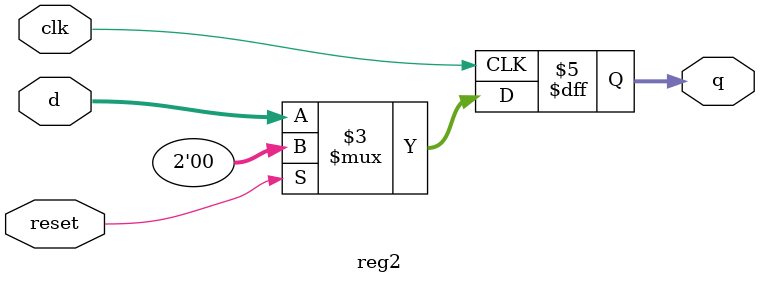
<source format=v>
module reg2 (
   input             clk,
   input             reset,
   input [1:0]       d,
   output reg [1:0]  q);
   
   always @(posedge clk)
      if (reset)
         q <= 2'h0;
      else
         q <= d;
         
endmodule

</source>
